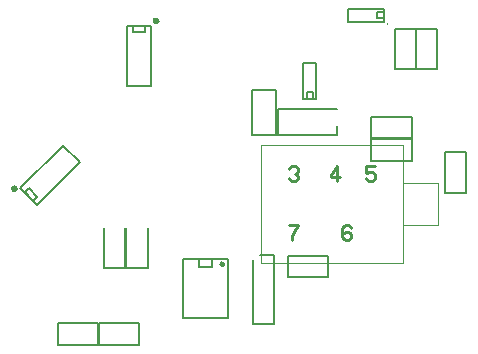
<source format=gbo>
%FSLAX34Y34*%
%MOMM*%
%LNSILK_BOTTOM*%
G71*
G01*
%ADD10C, 0.150*%
%ADD11C, 0.300*%
%ADD12C, 0.000*%
%ADD13C, 0.200*%
%ADD14C, 0.100*%
%ADD15C, 0.222*%
%LPD*%
G54D10*
X462821Y-370110D02*
X452122Y-370110D01*
X452121Y-339910D01*
X462821Y-339910D01*
X462821Y-370110D01*
G54D10*
X460022Y-370110D02*
X454921Y-370110D01*
X454921Y-364510D01*
X460021Y-364510D01*
X460022Y-370110D01*
G54D10*
X480661Y-392594D02*
X480661Y-400307D01*
X430661Y-400307D01*
X430661Y-378307D01*
X480661Y-378307D01*
G54D10*
X428750Y-400310D02*
X408750Y-400310D01*
X408750Y-362310D01*
X428750Y-362310D01*
X428750Y-400310D01*
G54D10*
X388478Y-555468D02*
X388478Y-505468D01*
X350478Y-505468D01*
X350478Y-555468D01*
X388478Y-555468D01*
G54D10*
X374978Y-512068D02*
X374978Y-505468D01*
X363978Y-505467D01*
X363978Y-512068D01*
X374978Y-512068D01*
G54D11*
G75*
G01X384474Y-510041D02*
G03X384474Y-510041I-1000J0D01*
G01*
G36*
G75*
G01X384474Y-510041D02*
G03X384474Y-510041I-1000J0D01*
G01*
G37*
X384474Y-510041D01*
G54D10*
X415399Y-502239D02*
X427446Y-502239D01*
X427446Y-536239D01*
G54D10*
X439065Y-521190D02*
X439065Y-503190D01*
X473064Y-503189D01*
X473065Y-521190D01*
X439065Y-521190D01*
G54D10*
X226830Y-459871D02*
X212688Y-445729D01*
X248822Y-409596D01*
X262964Y-423738D01*
X226830Y-459871D01*
G54D10*
X223295Y-456336D02*
X216224Y-449265D01*
X219759Y-445728D01*
X226830Y-452800D01*
X223295Y-456336D01*
G54D10*
X312825Y-578106D02*
X312825Y-560106D01*
X278825Y-560106D01*
X278825Y-578106D01*
X312825Y-578106D01*
G54D10*
X409446Y-506208D02*
X409446Y-536239D01*
G54D10*
X409446Y-526383D02*
X409446Y-560383D01*
X427446Y-560383D01*
X427446Y-526383D01*
G54D10*
X565584Y-344818D02*
X547584Y-344818D01*
X547584Y-310818D01*
X565584Y-310818D01*
X565584Y-344818D01*
G54D10*
X547725Y-344818D02*
X529725Y-344818D01*
X529725Y-310818D01*
X547725Y-310818D01*
X547725Y-344818D01*
G54D10*
X244327Y-560106D02*
X244326Y-578106D01*
X278326Y-578106D01*
X278327Y-560106D01*
X244327Y-560106D01*
G54D10*
X302893Y-308190D02*
X322892Y-308190D01*
X322893Y-359290D01*
X302893Y-359290D01*
X302893Y-308190D01*
G54D10*
X307892Y-308190D02*
X317893Y-308190D01*
X317893Y-313190D01*
X307892Y-313190D01*
X307892Y-308190D01*
G54D12*
G75*
G01X210066Y-446088D02*
G03X210066Y-446088I-2500J0D01*
G01*
G36*
G75*
G01X210066Y-446088D02*
G03X210066Y-446088I-2500J0D01*
G01*
G37*
X210066Y-446088D01*
G54D12*
G75*
G01X329922Y-304007D02*
G03X329922Y-304007I-2500J0D01*
G01*
G36*
G75*
G01X329922Y-304007D02*
G03X329922Y-304007I-2500J0D01*
G01*
G37*
X329922Y-304007D01*
G54D10*
X302304Y-479478D02*
X302304Y-513478D01*
X320304Y-513478D01*
X320304Y-479478D01*
G54D10*
X301254Y-479478D02*
X301254Y-513478D01*
X283254Y-513478D01*
X283254Y-479478D01*
G54D10*
X509818Y-422266D02*
X509818Y-404266D01*
X543818Y-404266D01*
X543819Y-422266D01*
X509818Y-422266D01*
G54D10*
X520227Y-304523D02*
X520227Y-293824D01*
X490027Y-293823D01*
X490027Y-304523D01*
X520227Y-304523D01*
G54D10*
X520227Y-301724D02*
X520228Y-296623D01*
X514627Y-296623D01*
X514627Y-301723D01*
X520227Y-301724D01*
G54D13*
G75*
G01X523859Y-306567D02*
G03X523859Y-306567I-500J0D01*
G01*
G54D14*
X536211Y-509008D02*
X416211Y-509008D01*
X416211Y-409008D01*
X536211Y-409008D01*
X536211Y-509008D01*
G54D14*
X566211Y-459008D02*
X566211Y-441008D01*
X536211Y-441008D01*
X536211Y-477008D01*
X566211Y-477008D01*
X566211Y-459008D01*
G54D15*
X512833Y-427052D02*
X505366Y-427052D01*
X505366Y-432497D01*
X506299Y-432497D01*
X508166Y-431719D01*
X510033Y-431719D01*
X511899Y-432497D01*
X512833Y-434052D01*
X512833Y-437164D01*
X511899Y-438719D01*
X510033Y-439497D01*
X508166Y-439497D01*
X506299Y-438719D01*
X505366Y-437164D01*
G54D15*
X481115Y-439497D02*
X481115Y-427052D01*
X475515Y-434830D01*
X475515Y-436386D01*
X482982Y-436386D01*
G54D15*
X440226Y-429386D02*
X441160Y-427830D01*
X443026Y-427052D01*
X444893Y-427052D01*
X446760Y-427830D01*
X447693Y-429386D01*
X447693Y-430941D01*
X446760Y-432497D01*
X444893Y-433274D01*
X446760Y-434052D01*
X447693Y-435608D01*
X447693Y-437164D01*
X446760Y-438719D01*
X444893Y-439497D01*
X443026Y-439497D01*
X441160Y-438719D01*
X440226Y-437164D01*
G54D15*
X492833Y-479386D02*
X491899Y-477830D01*
X490033Y-477052D01*
X488166Y-477052D01*
X486299Y-477830D01*
X485366Y-479386D01*
X485366Y-483274D01*
X485366Y-484052D01*
X488166Y-482497D01*
X490033Y-482497D01*
X491899Y-483274D01*
X492833Y-484830D01*
X492833Y-487163D01*
X491899Y-488719D01*
X490033Y-489497D01*
X488166Y-489497D01*
X486299Y-488719D01*
X485366Y-487163D01*
X485366Y-483274D01*
G54D15*
X440357Y-477052D02*
X447824Y-477052D01*
X446890Y-478608D01*
X445024Y-480941D01*
X443157Y-484052D01*
X442224Y-486386D01*
X442224Y-489497D01*
G54D10*
X590236Y-449302D02*
X572236Y-449302D01*
X572236Y-415302D01*
X590236Y-415302D01*
X590236Y-449302D01*
G54D10*
X509818Y-403216D02*
X509818Y-385216D01*
X543818Y-385216D01*
X543819Y-403216D01*
X509818Y-403216D01*
M02*

</source>
